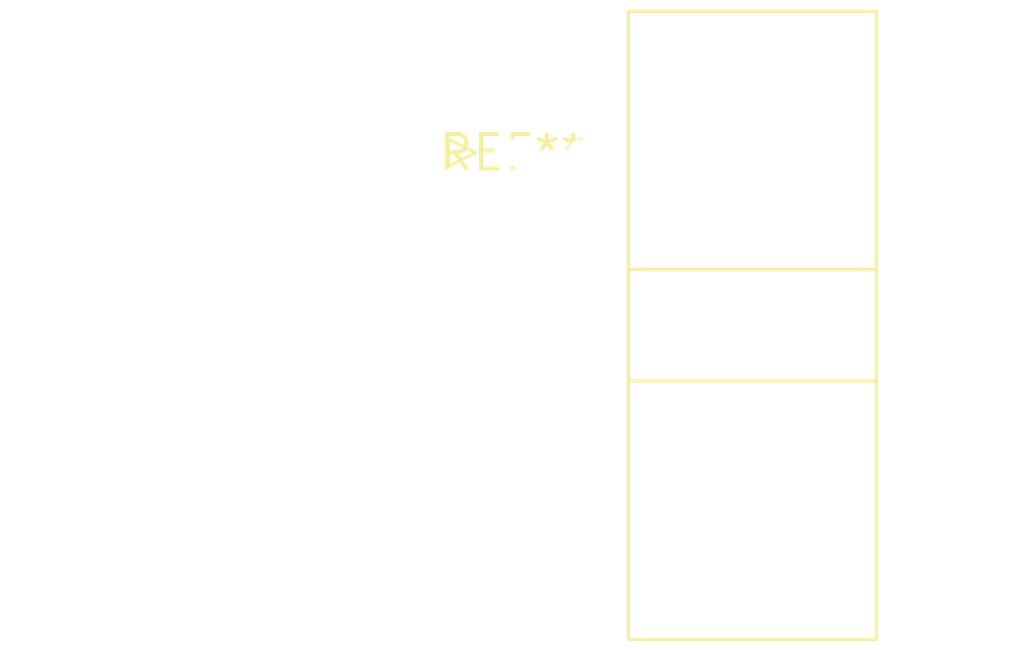
<source format=kicad_pcb>
(kicad_pcb (version 20240108) (generator pcbnew)
  (layers (0 "F.Cu" signal) (31 "B.Cu" signal) (34 "B.Paste" user) (35 "F.Paste" user) (36 "B.SilkS" user "B.Silkscreen") (37 "F.SilkS" user "F.Silkscreen") (38 "B.Mask" user) (39 "F.Mask" user) (44 "Edge.Cuts" user))
  (net 0 "")
  (footprint "IDC-Header_2x06_P2.54mm_Horizontal" (layer "F.Cu") (at 0 0)
    (property "Reference" "REF**")
    (property "Value" "IDC-Header_2x06_P2.54mm_Horizontal")
    (fp_line (start -2.35 -0.5) (end -2.35 0.5) (layer "F.SilkS") (stroke (width 0.12)))
    (fp_line (start -2.35 0.5) (end -1.35 0) (layer "F.SilkS") (stroke (width 0.12)))
    (fp_line (start -1.35 0) (end -2.35 -0.5) (layer "F.SilkS") (stroke (width 0.12)))
    (fp_line (start 4.27 -5.21) (end 13.39 -5.21) (layer "F.SilkS") (stroke (width 0.12)))
    (fp_line (start 4.27 4.3) (end 13.39 4.3) (layer "F.SilkS") (stroke (width 0.12)))
    (fp_line (start 4.27 8.4) (end 13.39 8.4) (layer "F.SilkS") (stroke (width 0.12)))
    (fp_line (start 4.27 17.91) (end 4.27 -5.21) (layer "F.SilkS") (stroke (width 0.12)))
    (fp_line (start 13.39 -5.21) (end 13.39 17.91) (layer "F.SilkS") (stroke (width 0.12)))
    (fp_line (start 13.39 17.91) (end 4.27 17.91) (layer "F.SilkS") (stroke (width 0.12)))
    (pad "1" thru_hole roundrect (at 0 0) (size 1.7 1.7) (drill 1) (layers *.Cu *.Mask) (remove_unused_layers) (roundrect_rratio 0.147059))
    (pad "2" thru_hole circle (at 2.54 0) (size 1.7 1.7) (drill 1) (layers *.Cu *.Mask) (remove_unused_layers))
    (pad "3" thru_hole circle (at 0 2.54) (size 1.7 1.7) (drill 1) (layers *.Cu *.Mask) (remove_unused_layers))
    (pad "4" thru_hole circle (at 2.54 2.54) (size 1.7 1.7) (drill 1) (layers *.Cu *.Mask) (remove_unused_layers))
    (pad "5" thru_hole circle (at 0 5.08) (size 1.7 1.7) (drill 1) (layers *.Cu *.Mask) (remove_unused_layers))
    (pad "6" thru_hole circle (at 2.54 5.08) (size 1.7 1.7) (drill 1) (layers *.Cu *.Mask) (remove_unused_layers))
    (pad "7" thru_hole circle (at 0 7.62) (size 1.7 1.7) (drill 1) (layers *.Cu *.Mask) (remove_unused_layers))
    (pad "8" thru_hole circle (at 2.54 7.62) (size 1.7 1.7) (drill 1) (layers *.Cu *.Mask) (remove_unused_layers))
    (pad "9" thru_hole circle (at 0 10.16) (size 1.7 1.7) (drill 1) (layers *.Cu *.Mask) (remove_unused_layers))
    (pad "10" thru_hole circle (at 2.54 10.16) (size 1.7 1.7) (drill 1) (layers *.Cu *.Mask) (remove_unused_layers))
    (pad "11" thru_hole circle (at 0 12.7) (size 1.7 1.7) (drill 1) (layers *.Cu *.Mask) (remove_unused_layers))
    (pad "12" thru_hole circle (at 2.54 12.7) (size 1.7 1.7) (drill 1) (layers *.Cu *.Mask) (remove_unused_layers))
  )
)
</source>
